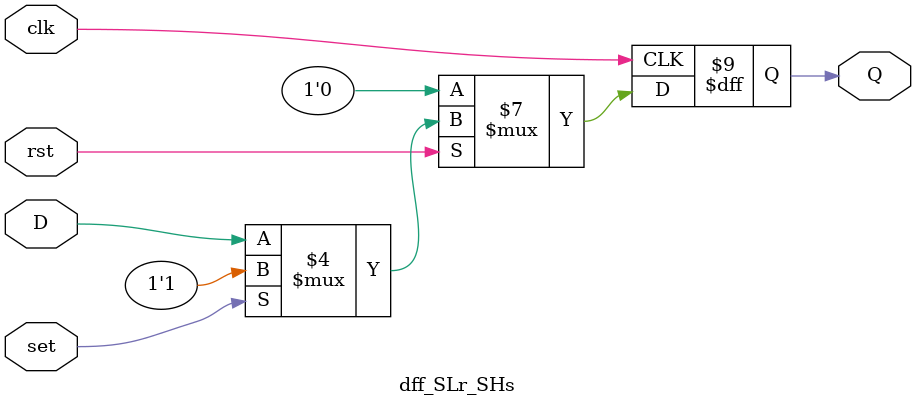
<source format=v>
module dff_SLr_SHs (Q,D,clk,rst,set); //Synchronous D-Flip Flop with Active Low Reset & Active High Set
input D, clk, rst, set;
output reg Q;

always @(posedge clk)
    if(!rst)
            Q <= 1'b0;
    else if(set)
            Q <= 1'b1;
    else
            Q <= D;
            

endmodule
</source>
